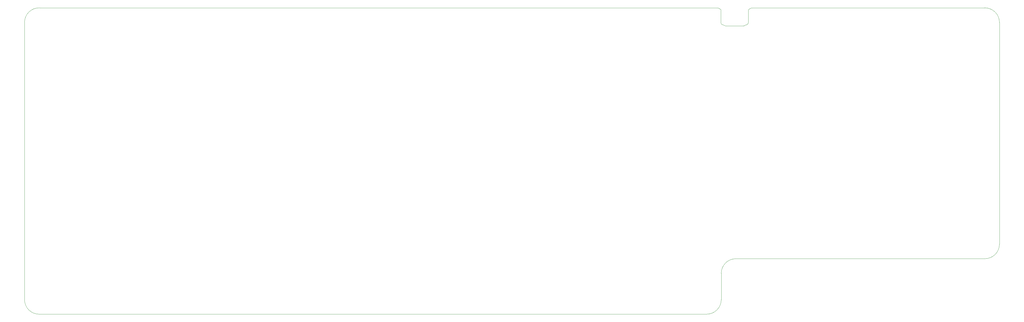
<source format=gbr>
%TF.GenerationSoftware,KiCad,Pcbnew,8.0.2*%
%TF.CreationDate,2024-05-15T22:22:56+01:00*%
%TF.ProjectId,Phoenixia,50686f65-6e69-4786-9961-2e6b69636164,1*%
%TF.SameCoordinates,Original*%
%TF.FileFunction,Profile,NP*%
%FSLAX46Y46*%
G04 Gerber Fmt 4.6, Leading zero omitted, Abs format (unit mm)*
G04 Created by KiCad (PCBNEW 8.0.2) date 2024-05-15 22:22:56*
%MOMM*%
%LPD*%
G01*
G04 APERTURE LIST*
%TA.AperFunction,Profile*%
%ADD10C,0.100000*%
%TD*%
G04 APERTURE END LIST*
D10*
X456096938Y-31249017D02*
X456100000Y-107350240D01*
X365899017Y-112350240D02*
X451050983Y-112350000D01*
X360850000Y-117350000D02*
X360850000Y-126397178D01*
X127300000Y-131400000D02*
G75*
G02*
X122300240Y-126350983I0J5000000D01*
G01*
X370128040Y-26793128D02*
X371000000Y-26200000D01*
X360850000Y-117350000D02*
G75*
G02*
X365899017Y-112350240I5000000J0D01*
G01*
X360850000Y-126397178D02*
G75*
G02*
X355800983Y-131396960I-5000000J-22D01*
G01*
X370999773Y-26200000D02*
X451100000Y-26200000D01*
X127349017Y-26200240D02*
X359870003Y-26200240D01*
X127300000Y-131400000D02*
X355800983Y-131396938D01*
X360721960Y-26793128D02*
X359870000Y-26200000D01*
X451100218Y-26200000D02*
G75*
G02*
X456100061Y-31249019I-18J-5000100D01*
G01*
X122300000Y-31200000D02*
G75*
G02*
X127349017Y-26200240I5000000J0D01*
G01*
X456100000Y-107350240D02*
G75*
G02*
X451050983Y-112349960I-5000000J40D01*
G01*
X122300240Y-126350983D02*
X122300000Y-31200000D01*
%TO.C,USB1*%
X360721960Y-26793128D02*
X360721960Y-31193128D01*
X362225000Y-32390000D02*
X368625000Y-32390000D01*
X370128040Y-26793128D02*
X370128040Y-31193128D01*
X361621960Y-32093128D02*
G75*
G02*
X360721960Y-31193128I0J900000D01*
G01*
X361621960Y-32093128D02*
G75*
G02*
X361892218Y-32211938I-24176J-421776D01*
G01*
X362225000Y-32390000D02*
G75*
G02*
X361892218Y-32211938I0J400002D01*
G01*
X368957782Y-32211938D02*
G75*
G02*
X368625000Y-32390000I-332782J221938D01*
G01*
X368957782Y-32211938D02*
G75*
G02*
X369228040Y-32093121I294618J-303362D01*
G01*
X370128040Y-31193128D02*
G75*
G02*
X369228040Y-32093130I-900000J-2D01*
G01*
%TD*%
M02*

</source>
